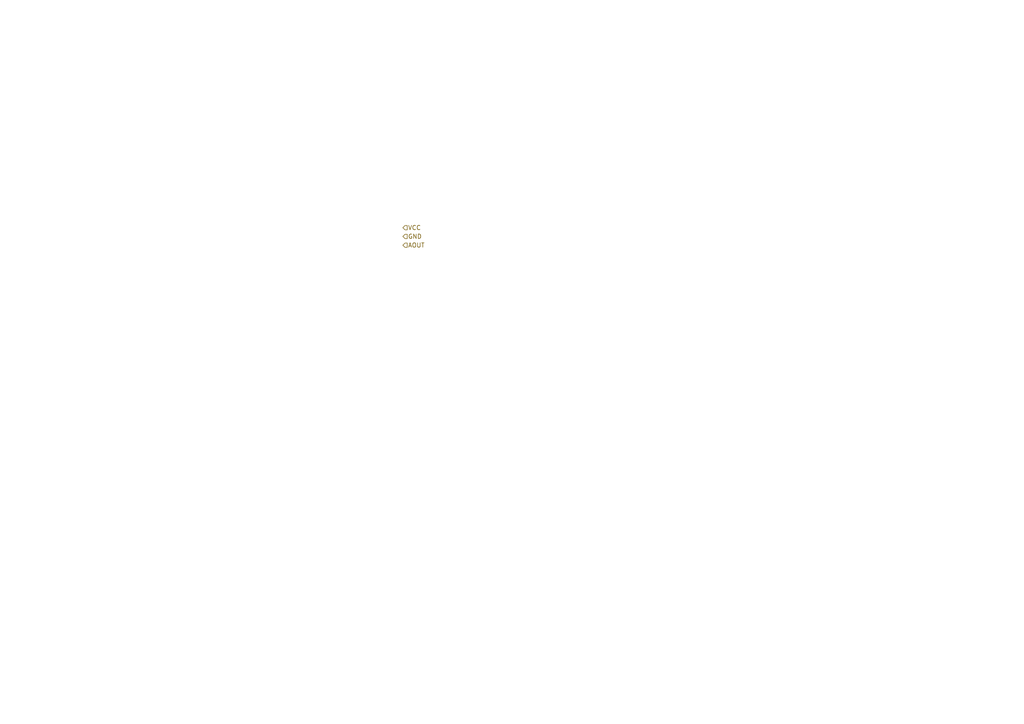
<source format=kicad_sch>
(kicad_sch
	(version 20231120)
	(generator "eeschema")
	(generator_version "8.0")
	(uuid "1f0d68b2-3ecf-4516-ad1e-539017689922")
	(paper "A4")
	(lib_symbols)
	(hierarchical_label "VCC"
		(shape input)
		(at 116.84 66.04 0)
		(effects
			(font
				(size 1.27 1.27)
			)
			(justify left)
		)
		(uuid "0488d560-189b-4cc7-b696-6fb0871840ba")
	)
	(hierarchical_label "AOUT"
		(shape input)
		(at 116.84 71.12 0)
		(effects
			(font
				(size 1.27 1.27)
			)
			(justify left)
		)
		(uuid "3bdfcf0e-0303-42d4-8af9-3b88a04068fb")
	)
	(hierarchical_label "GND"
		(shape input)
		(at 116.84 68.58 0)
		(effects
			(font
				(size 1.27 1.27)
			)
			(justify left)
		)
		(uuid "9dab22fb-10e7-4956-8436-903b01a86dc2")
	)
)

</source>
